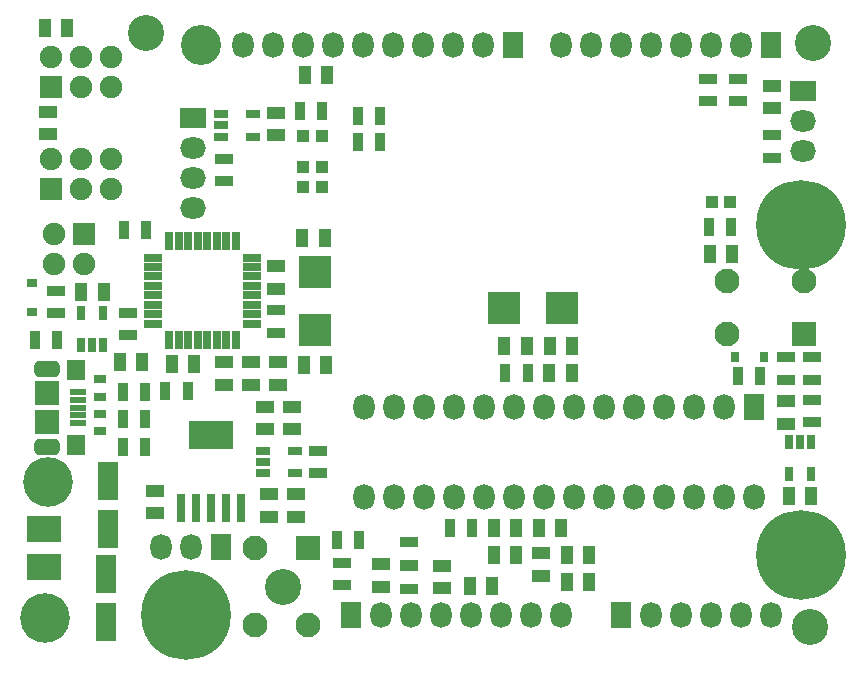
<source format=gts>
G04 Layer_Color=8388736*
%FSLAX44Y44*%
%MOMM*%
G71*
G01*
G75*
%ADD37C,1.9000*%
%ADD38R,1.9000X1.9000*%
%ADD53R,0.8858X0.7588*%
%ADD54R,0.7588X0.8858*%
%ADD55R,1.5000X1.1000*%
%ADD56R,1.1000X1.5000*%
%ADD57R,1.5000X0.9000*%
%ADD58R,0.9000X1.5000*%
%ADD59R,1.6000X1.8000*%
%ADD60R,2.1000X2.1000*%
%ADD61R,1.4500X0.5000*%
%ADD62R,1.1000X0.8000*%
%ADD63R,2.7000X2.8000*%
%ADD64R,2.8000X2.7000*%
%ADD65R,0.7500X1.2000*%
%ADD66R,1.2000X0.7500*%
%ADD67R,0.8000X2.4000*%
%ADD68R,3.7000X2.4000*%
%ADD69R,1.6200X0.6700*%
%ADD70R,0.6700X1.6200*%
%ADD71R,1.0000X1.0000*%
%ADD72R,2.9000X2.2000*%
%ADD73C,3.0480*%
%ADD74R,1.8000X3.2000*%
%ADD75C,2.1000*%
%ADD76R,2.1000X2.1000*%
%ADD77O,2.2000X1.8000*%
%ADD78R,2.2000X1.8000*%
%ADD79O,1.8000X2.2000*%
%ADD80R,1.8000X2.2000*%
%ADD81C,4.2000*%
G04:AMPARAMS|DCode=82|XSize=2.2mm|YSize=1.4mm|CornerRadius=0.46mm|HoleSize=0mm|Usage=FLASHONLY|Rotation=0.000|XOffset=0mm|YOffset=0mm|HoleType=Round|Shape=RoundedRectangle|*
%AMROUNDEDRECTD82*
21,1,2.2000,0.4800,0,0,0.0*
21,1,1.2800,1.4000,0,0,0.0*
1,1,0.9200,0.6400,-0.2400*
1,1,0.9200,-0.6400,-0.2400*
1,1,0.9200,-0.6400,0.2400*
1,1,0.9200,0.6400,0.2400*
%
%ADD82ROUNDEDRECTD82*%
%ADD83C,3.4000*%
%ADD84C,7.6000*%
D37*
X28300Y348400D02*
D03*
X53700Y323000D02*
D03*
X28300D02*
D03*
X76200Y411480D02*
D03*
X50800D02*
D03*
X25400D02*
D03*
X76200Y386080D02*
D03*
X50800D02*
D03*
X76200Y497840D02*
D03*
X50800D02*
D03*
X25400D02*
D03*
X76200Y472440D02*
D03*
X50800D02*
D03*
D38*
X53700Y348400D02*
D03*
X25400Y386080D02*
D03*
Y472440D02*
D03*
D53*
X9750Y306192D02*
D03*
Y281808D02*
D03*
D54*
X629192Y244250D02*
D03*
X604808D02*
D03*
D55*
X218000Y220500D02*
D03*
Y239500D02*
D03*
X195000Y220500D02*
D03*
Y239500D02*
D03*
X216000Y301500D02*
D03*
Y320500D02*
D03*
X172000Y220500D02*
D03*
Y239500D02*
D03*
X23000Y451500D02*
D03*
Y432500D02*
D03*
X635750Y473250D02*
D03*
Y454250D02*
D03*
X114000Y130500D02*
D03*
Y111500D02*
D03*
X305000Y68500D02*
D03*
Y49500D02*
D03*
X357000Y48000D02*
D03*
Y67000D02*
D03*
X216000Y431500D02*
D03*
Y450500D02*
D03*
X230000Y182500D02*
D03*
Y201500D02*
D03*
X233000Y108500D02*
D03*
Y127500D02*
D03*
X648000Y206500D02*
D03*
Y187500D02*
D03*
X210000Y108500D02*
D03*
Y127500D02*
D03*
X207000Y182500D02*
D03*
Y201500D02*
D03*
X441000Y58500D02*
D03*
Y77500D02*
D03*
D56*
X128000Y238250D02*
D03*
X147000D02*
D03*
X238500Y345000D02*
D03*
X257500D02*
D03*
X258500Y237000D02*
D03*
X239500D02*
D03*
X380500Y50000D02*
D03*
X399500D02*
D03*
X583500Y331000D02*
D03*
X602500D02*
D03*
X20500Y522000D02*
D03*
X39500D02*
D03*
X240500Y483000D02*
D03*
X259500D02*
D03*
X462500Y76000D02*
D03*
X481500D02*
D03*
X447500Y230000D02*
D03*
X466500D02*
D03*
X400500Y76000D02*
D03*
X419500D02*
D03*
X400500Y99000D02*
D03*
X419500D02*
D03*
X438500D02*
D03*
X457500D02*
D03*
X409500Y253000D02*
D03*
X428500D02*
D03*
X448000Y252750D02*
D03*
X467000D02*
D03*
X51500Y298500D02*
D03*
X70500D02*
D03*
X669500Y126000D02*
D03*
X650500D02*
D03*
X102750Y239250D02*
D03*
X83750D02*
D03*
X481500Y53000D02*
D03*
X462500D02*
D03*
D57*
X582000Y460500D02*
D03*
Y479500D02*
D03*
X607000D02*
D03*
Y460500D02*
D03*
X172000Y392500D02*
D03*
Y411500D02*
D03*
X91000Y281500D02*
D03*
Y262500D02*
D03*
X216000Y283500D02*
D03*
Y264500D02*
D03*
X636000Y412500D02*
D03*
Y431500D02*
D03*
X329000Y68000D02*
D03*
Y87000D02*
D03*
Y66500D02*
D03*
Y47500D02*
D03*
X272000Y69500D02*
D03*
Y50500D02*
D03*
X252000Y164500D02*
D03*
Y145500D02*
D03*
X29750Y299750D02*
D03*
Y280750D02*
D03*
X670000Y224500D02*
D03*
Y243500D02*
D03*
Y188500D02*
D03*
Y207500D02*
D03*
X648000Y224500D02*
D03*
Y243500D02*
D03*
D58*
X304500Y448000D02*
D03*
X285500D02*
D03*
Y426000D02*
D03*
X304500D02*
D03*
X141500Y215000D02*
D03*
X122500D02*
D03*
X87500Y351000D02*
D03*
X106500D02*
D03*
X86500Y214000D02*
D03*
X105500D02*
D03*
Y191000D02*
D03*
X86500D02*
D03*
Y168000D02*
D03*
X105500D02*
D03*
X363500Y99000D02*
D03*
X382500D02*
D03*
X607250Y227500D02*
D03*
X626250D02*
D03*
X582500Y354000D02*
D03*
X601500D02*
D03*
X429500Y230000D02*
D03*
X410500D02*
D03*
X236500Y452000D02*
D03*
X255500D02*
D03*
X286500Y89000D02*
D03*
X267500D02*
D03*
X12000Y258000D02*
D03*
X31000D02*
D03*
D59*
X46495Y233000D02*
D03*
Y169000D02*
D03*
D60*
X21995Y213000D02*
D03*
Y189000D02*
D03*
X243500Y82250D02*
D03*
D61*
X48745Y214000D02*
D03*
Y207500D02*
D03*
Y201000D02*
D03*
Y194500D02*
D03*
Y188000D02*
D03*
D03*
Y194500D02*
D03*
Y201000D02*
D03*
Y207500D02*
D03*
Y214000D02*
D03*
D62*
X67250Y181000D02*
D03*
Y196000D02*
D03*
X67000Y225250D02*
D03*
Y210250D02*
D03*
D63*
X409500Y285000D02*
D03*
X458500D02*
D03*
D64*
X249000Y315500D02*
D03*
Y266500D02*
D03*
D65*
X650500Y144500D02*
D03*
X669500D02*
D03*
X650500Y171500D02*
D03*
X660000D02*
D03*
X669500D02*
D03*
X70000Y281250D02*
D03*
X51000D02*
D03*
X70000Y254250D02*
D03*
X60500D02*
D03*
X51000D02*
D03*
D66*
X232500Y145500D02*
D03*
Y164500D02*
D03*
X205500Y145500D02*
D03*
Y155000D02*
D03*
Y164500D02*
D03*
X196500Y430500D02*
D03*
Y449500D02*
D03*
X169500Y430500D02*
D03*
Y440000D02*
D03*
Y449500D02*
D03*
D67*
X186400Y116000D02*
D03*
X173700D02*
D03*
X161000D02*
D03*
X148300D02*
D03*
X135600D02*
D03*
D68*
X161000Y178000D02*
D03*
D69*
X196000Y272000D02*
D03*
Y280000D02*
D03*
Y288000D02*
D03*
Y296000D02*
D03*
Y304000D02*
D03*
Y312000D02*
D03*
Y320000D02*
D03*
Y328000D02*
D03*
X112000D02*
D03*
Y320000D02*
D03*
Y312000D02*
D03*
Y304000D02*
D03*
Y296000D02*
D03*
Y288000D02*
D03*
Y280000D02*
D03*
Y272000D02*
D03*
D70*
X182000Y342000D02*
D03*
X174000D02*
D03*
X166000D02*
D03*
X158000D02*
D03*
X150000D02*
D03*
X142000D02*
D03*
X134000D02*
D03*
X126000D02*
D03*
Y258000D02*
D03*
X134000D02*
D03*
X142000D02*
D03*
X150000D02*
D03*
X158000D02*
D03*
X166000D02*
D03*
X174000D02*
D03*
X182000D02*
D03*
D71*
X239000Y431000D02*
D03*
X255000D02*
D03*
X585000Y375000D02*
D03*
X601000D02*
D03*
X239000Y388000D02*
D03*
X255000D02*
D03*
X239000Y405000D02*
D03*
X255000D02*
D03*
D72*
X20000Y98000D02*
D03*
Y66000D02*
D03*
D73*
X222000Y49000D02*
D03*
X668000Y15000D02*
D03*
X671000Y510000D02*
D03*
X106250Y517750D02*
D03*
D74*
X72000Y60500D02*
D03*
Y19500D02*
D03*
X74000Y139000D02*
D03*
Y98000D02*
D03*
D75*
X198500Y82250D02*
D03*
Y17250D02*
D03*
X243500D02*
D03*
X598250Y263000D02*
D03*
Y308000D02*
D03*
X663250D02*
D03*
D76*
Y263000D02*
D03*
D77*
X146000Y395200D02*
D03*
Y420600D02*
D03*
Y369800D02*
D03*
X662000Y418200D02*
D03*
Y443600D02*
D03*
D78*
X146000Y446000D02*
D03*
X662000Y469000D02*
D03*
D79*
X118450Y83250D02*
D03*
X143850D02*
D03*
X187960Y508000D02*
D03*
X213360D02*
D03*
X238760D02*
D03*
X264160D02*
D03*
X289560D02*
D03*
X314960D02*
D03*
X340360D02*
D03*
X365760D02*
D03*
X391160D02*
D03*
X457200D02*
D03*
X482600D02*
D03*
X508000D02*
D03*
X533400D02*
D03*
X558800D02*
D03*
X584200D02*
D03*
X609600D02*
D03*
X635000Y25400D02*
D03*
X609600D02*
D03*
X584200D02*
D03*
X558800D02*
D03*
X533400D02*
D03*
X457200D02*
D03*
X431800D02*
D03*
X406400D02*
D03*
X381000D02*
D03*
X355600D02*
D03*
X330200D02*
D03*
X304800D02*
D03*
X595250Y201930D02*
D03*
X569850D02*
D03*
X544450D02*
D03*
X519050D02*
D03*
X493650D02*
D03*
X468250D02*
D03*
X442850D02*
D03*
X417450D02*
D03*
X392050D02*
D03*
X366650D02*
D03*
X341250D02*
D03*
X315850D02*
D03*
X290450D02*
D03*
X620650Y125730D02*
D03*
X595250D02*
D03*
X569850D02*
D03*
X544450D02*
D03*
X519050D02*
D03*
X493650D02*
D03*
X468250D02*
D03*
X442850D02*
D03*
X417450D02*
D03*
X392050D02*
D03*
X366650D02*
D03*
X341250D02*
D03*
X315850D02*
D03*
X290450D02*
D03*
D80*
X169250Y83250D02*
D03*
X416560Y508000D02*
D03*
X635000D02*
D03*
X508000Y25400D02*
D03*
X279400D02*
D03*
X620650Y201930D02*
D03*
D81*
X21000Y23000D02*
D03*
X23000Y138000D02*
D03*
D82*
X21995Y168000D02*
D03*
Y234000D02*
D03*
D83*
X152400Y508000D02*
D03*
D84*
X660400Y355600D02*
D03*
Y76200D02*
D03*
X139700Y25400D02*
D03*
M02*

</source>
